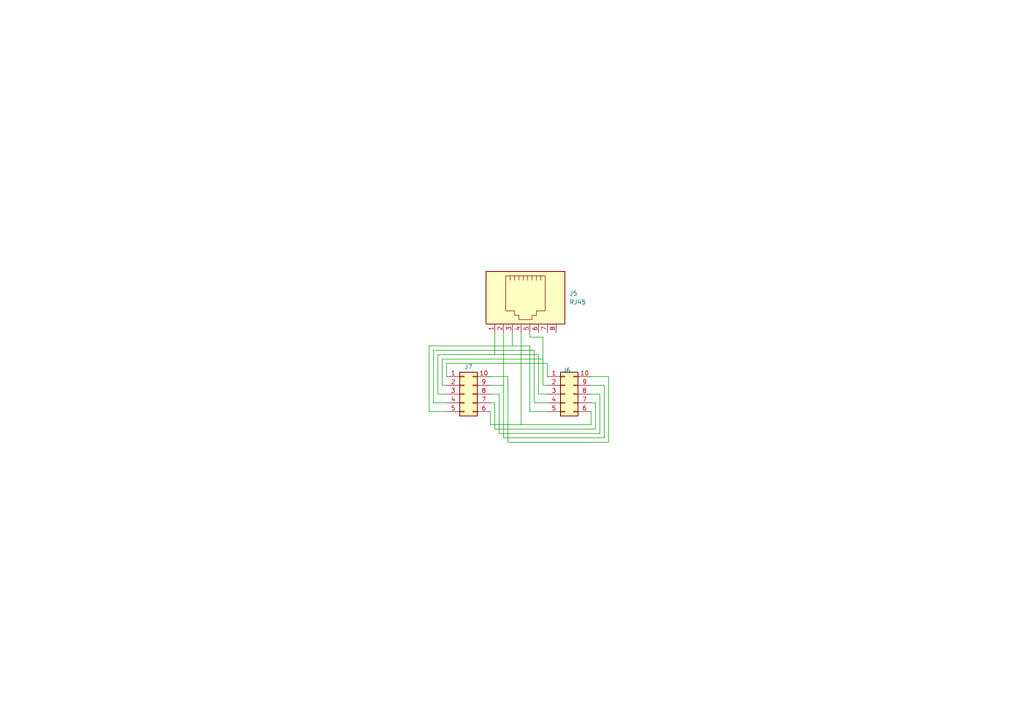
<source format=kicad_sch>
(kicad_sch (version 20231120) (generator "eeschema") (generator_version "8.0")
  (paper "A4")
  (lib_symbols
    (symbol "Connector:RJ45" (pin_names (offset 1.016))
      (property "Reference" "J" (at -5.08 13.97 0))
      (property "Value" "RJ45" (at 2.54 13.97 0))
      (symbol "RJ45_0_1"
        (polyline (pts (xy -5.08 4.445) (xy -6.35 4.445)))
        (polyline (pts (xy -5.08 5.715) (xy -6.35 5.715)))
        (polyline (pts (xy -6.35 -3.175) (xy -5.08 -3.175) (xy -5.08 -3.175)))
        (polyline (pts (xy -6.35 -1.905) (xy -5.08 -1.905) (xy -5.08 -1.905)))
        (polyline (pts (xy -6.35 -0.635) (xy -5.08 -0.635) (xy -5.08 -0.635)))
        (polyline (pts (xy -6.35 0.635) (xy -5.08 0.635) (xy -5.08 0.635)))
        (polyline (pts (xy -6.35 1.905) (xy -5.08 1.905) (xy -5.08 1.905)))
        (polyline (pts (xy -5.08 3.175) (xy -6.35 3.175) (xy -6.35 3.175)))
        (polyline (pts (xy -6.35 -4.445) (xy -6.35 6.985) (xy 3.81 6.985) (xy 3.81 4.445) (xy 5.08 4.445) (xy 5.08 3.175) (xy 6.35 3.175) (xy 6.35 -0.635) (xy 5.08 -0.635) (xy 5.08 -1.905) (xy 3.81 -1.905) (xy 3.81 -4.445) (xy -6.35 -4.445) (xy -6.35 -4.445)))
        (rectangle (start 7.62 12.7) (end -7.62 -10.16) (stroke (width 0.254)) (fill (type background)))
      )
      (symbol "RJ45_1_1"
        (pin passive line (at 10.16 -7.62 180) (length 2.54) (name "~") (number "1"))
        (pin passive line (at 10.16 -5.08 180) (length 2.54) (name "~") (number "2"))
        (pin passive line (at 10.16 -2.54 180) (length 2.54) (name "~") (number "3"))
        (pin passive line (at 10.16 0 180) (length 2.54) (name "~") (number "4"))
        (pin passive line (at 10.16 2.54 180) (length 2.54) (name "~") (number "5"))
        (pin passive line (at 10.16 5.08 180) (length 2.54) (name "~") (number "6"))
        (pin passive line (at 10.16 7.62 180) (length 2.54) (name "~") (number "7"))
        (pin passive line (at 10.16 10.16 180) (length 2.54) (name "~") (number "8"))
      )
    )
    (symbol "Connector_Generic:Conn_02x05_Counter_Clockwise" (pin_names (offset 1.016) hide)
      (property "Reference" "J" (at 1.27 7.62 0))
      (property "Value" "Conn_02x05_Counter_Clockwise" (at 1.27 -7.62 0))
      (symbol "Conn_02x05_Counter_Clockwise_1_1"
        (rectangle (start -1.27 -4.953) (end 0 -5.207) (stroke (width 0.1524)))
        (rectangle (start -1.27 -2.413) (end 0 -2.667) (stroke (width 0.1524)))
        (rectangle (start -1.27 0.127) (end 0 -0.127) (stroke (width 0.1524)))
        (rectangle (start -1.27 2.667) (end 0 2.413) (stroke (width 0.1524)))
        (rectangle (start -1.27 5.207) (end 0 4.953) (stroke (width 0.1524)))
        (rectangle (start -1.27 6.35) (end 3.81 -6.35) (stroke (width 0.254)) (fill (type background)))
        (rectangle (start 3.81 -4.953) (end 2.54 -5.207) (stroke (width 0.1524)))
        (rectangle (start 3.81 -2.413) (end 2.54 -2.667) (stroke (width 0.1524)))
        (rectangle (start 3.81 0.127) (end 2.54 -0.127) (stroke (width 0.1524)))
        (rectangle (start 3.81 2.667) (end 2.54 2.413) (stroke (width 0.1524)))
        (rectangle (start 3.81 5.207) (end 2.54 4.953) (stroke (width 0.1524)))
        (pin passive line (at -5.08 5.08 0) (length 3.81) (name "Pin_1") (number "1"))
        (pin passive line (at 7.62 5.08 180) (length 3.81) (name "Pin_10") (number "10"))
        (pin passive line (at -5.08 2.54 0) (length 3.81) (name "Pin_2") (number "2"))
        (pin passive line (at -5.08 0 0) (length 3.81) (name "Pin_3") (number "3"))
        (pin passive line (at -5.08 -2.54 0) (length 3.81) (name "Pin_4") (number "4"))
        (pin passive line (at -5.08 -5.08 0) (length 3.81) (name "Pin_5") (number "5"))
        (pin passive line (at 7.62 -5.08 180) (length 3.81) (name "Pin_6") (number "6"))
        (pin passive line (at 7.62 -2.54 180) (length 3.81) (name "Pin_7") (number "7"))
        (pin passive line (at 7.62 0 180) (length 3.81) (name "Pin_8") (number "8"))
        (pin passive line (at 7.62 2.54 180) (length 3.81) (name "Pin_9") (number "9"))
      )
    )
  )
  (wire (pts (xy 147.32 128.27) (xy 147.32 109.22)))
  (wire (pts (xy 125.73 101.6) (xy 125.73 116.84)))
  (wire (pts (xy 156.21 102.87) (xy 156.21 114.3)))
  (wire (pts (xy 158.75 111.76) (xy 157.48 111.76)))
  (wire (pts (xy 173.99 114.3) (xy 173.99 125.73)))
  (wire (pts (xy 143.51 116.84) (xy 143.51 124.46)))
  (wire (pts (xy 129.54 114.3) (xy 127 114.3)))
  (wire (pts (xy 156.21 114.3) (xy 158.75 114.3)))
  (wire (pts (xy 124.46 100.33) (xy 153.67 100.33)))
  (wire (pts (xy 173.99 125.73) (xy 144.78 125.73)))
  (wire (pts (xy 176.53 109.22) (xy 176.53 128.27)))
  (wire (pts (xy 153.67 100.33) (xy 153.67 119.38)))
  (wire (pts (xy 157.48 97.79) (xy 157.48 111.76)))
  (wire (pts (xy 176.53 128.27) (xy 147.32 128.27)))
  (wire (pts (xy 171.45 109.22) (xy 176.53 109.22)))
  (wire (pts (xy 158.75 109.22) (xy 158.75 105.41)))
  (wire (pts (xy 128.27 104.14) (xy 157.48 104.14)))
  (wire (pts (xy 129.54 105.41) (xy 129.54 109.22)))
  (wire (pts (xy 127 114.3) (xy 127 102.87)))
  (wire (pts (xy 125.73 116.84) (xy 129.54 116.84)))
  (wire (pts (xy 142.24 119.38) (xy 142.24 123.19)))
  (wire (pts (xy 172.72 124.46) (xy 172.72 116.84)))
  (wire (pts (xy 125.73 101.6) (xy 154.94 101.6)))
  (wire (pts (xy 171.45 123.19) (xy 171.45 119.38)))
  (wire (pts (xy 142.24 116.84) (xy 143.51 116.84)))
  (wire (pts (xy 157.48 97.79) (xy 153.67 97.79)))
  (wire (pts (xy 143.51 96.52) (xy 143.51 102.87)))
  (wire (pts (xy 144.78 114.3) (xy 142.24 114.3)))
  (wire (pts (xy 153.67 97.79) (xy 153.67 96.52)))
  (wire (pts (xy 148.59 96.52) (xy 148.59 100.33)))
  (wire (pts (xy 171.45 114.3) (xy 173.99 114.3)))
  (wire (pts (xy 146.05 96.52) (xy 146.05 127)))
  (wire (pts (xy 129.54 119.38) (xy 124.46 119.38)))
  (wire (pts (xy 146.05 127) (xy 175.26 127)))
  (wire (pts (xy 151.13 96.52) (xy 151.13 123.19)))
  (wire (pts (xy 144.78 125.73) (xy 144.78 114.3)))
  (wire (pts (xy 128.27 104.14) (xy 128.27 111.76)))
  (wire (pts (xy 172.72 116.84) (xy 171.45 116.84)))
  (wire (pts (xy 142.24 111.76) (xy 146.05 111.76)))
  (wire (pts (xy 175.26 111.76) (xy 171.45 111.76)))
  (wire (pts (xy 127 102.87) (xy 156.21 102.87)))
  (wire (pts (xy 147.32 109.22) (xy 142.24 109.22)))
  (wire (pts (xy 153.67 119.38) (xy 158.75 119.38)))
  (wire (pts (xy 154.94 116.84) (xy 154.94 101.6)))
  (wire (pts (xy 158.75 116.84) (xy 154.94 116.84)))
  (wire (pts (xy 143.51 124.46) (xy 172.72 124.46)))
  (wire (pts (xy 142.24 123.19) (xy 171.45 123.19)))
  (wire (pts (xy 175.26 127) (xy 175.26 111.76)))
  (wire (pts (xy 128.27 111.76) (xy 129.54 111.76)))
  (wire (pts (xy 124.46 119.38) (xy 124.46 100.33)))
  (wire (pts (xy 129.54 105.41) (xy 158.75 105.41)))
  (symbol (lib_id "Connector_Generic:Conn_02x05_Counter_Clockwise") (at 134.62 114.3 0) (unit 1)
    (property "Reference" "J7" (at 135.89 106.426 0))
    (property "Value" "Conn_02x05_Counter_Clockwise" (effects (hide yes)))
    (property "Footprint" "Connector_PinHeader_2.54mm:PinHeader_2x05_P2.54mm_Vertical" (effects (hide yes)))
    (property "Description" "Generic connector, double row, 02x05, counter clockwise pin numbering scheme (similar to DIP package numbering), script generated (kicad-library-utils/schlib/autogen/connector/)" (effects (hide yes)))
  )
  (symbol (lib_id "Connector:RJ45") (at 151.13 86.36 270) (unit 1)
    (property "Reference" "J5" (at 165.1 85.0899 90) (effects (justify left)))
    (property "Value" "RJ45" (at 165.1 87.6299 90) (effects (justify left)))
    (property "Footprint" "Connector_RJ:RJ45_Amphenol_54602-x08_Horizontal" (effects (hide yes)))
    (property "Description" "RJ connector, 8P8C (8 positions 8 connected)" (effects (hide yes)))
  )
  (symbol (lib_id "Connector_Generic:Conn_02x05_Counter_Clockwise") (at 163.83 114.3 0) (unit 1)
    (property "Reference" "J6" (at 164.338 107.442 0))
    (property "Value" "Conn_02x05_Counter_Clockwise" (effects (hide yes)))
    (property "Footprint" "Connector_PinSocket_2.54mm:PinSocket_2x05_P2.54mm_Vertical_SMD" (effects (hide yes)))
    (property "Description" "Generic connector, double row, 02x05, counter clockwise pin numbering scheme (similar to DIP package numbering), script generated (kicad-library-utils/schlib/autogen/connector/)" (effects (hide yes)))
  )
)
</source>
